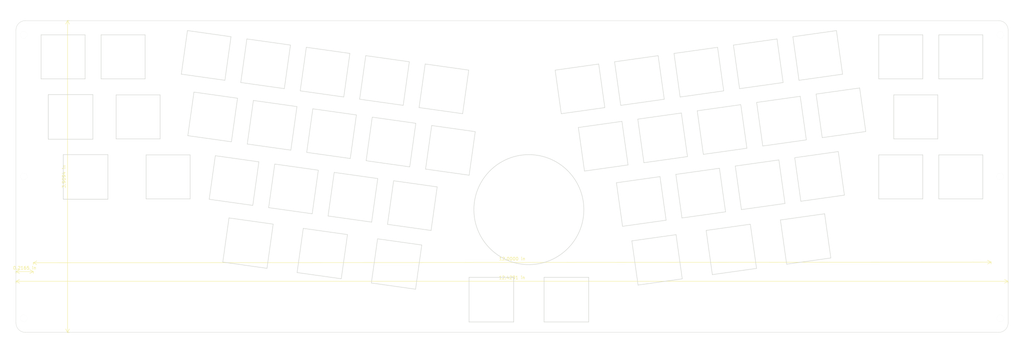
<source format=kicad_pcb>
(kicad_pcb (version 20171130) (host pcbnew 5.1.5+dfsg1-2build2)

  (general
    (thickness 1.6)
    (drawings 48)
    (tracks 0)
    (zones 0)
    (modules 63)
    (nets 1)
  )

  (page A3)
  (layers
    (0 F.Cu signal)
    (31 B.Cu signal)
    (32 B.Adhes user)
    (33 F.Adhes user)
    (34 B.Paste user)
    (35 F.Paste user)
    (36 B.SilkS user)
    (37 F.SilkS user)
    (38 B.Mask user)
    (39 F.Mask user)
    (40 Dwgs.User user)
    (41 Cmts.User user)
    (42 Eco1.User user)
    (43 Eco2.User user)
    (44 Edge.Cuts user)
    (45 Margin user)
    (46 B.CrtYd user)
    (47 F.CrtYd user)
    (48 B.Fab user)
    (49 F.Fab user)
  )

  (setup
    (last_trace_width 0.25)
    (user_trace_width 0.5)
    (user_trace_width 0.5)
    (trace_clearance 0.2)
    (zone_clearance 0.508)
    (zone_45_only no)
    (trace_min 0.2)
    (via_size 0.8)
    (via_drill 0.4)
    (via_min_size 0.4)
    (via_min_drill 0.3)
    (uvia_size 0.3)
    (uvia_drill 0.1)
    (uvias_allowed no)
    (uvia_min_size 0.2)
    (uvia_min_drill 0.1)
    (edge_width 0.1)
    (segment_width 0.2)
    (pcb_text_width 0.3)
    (pcb_text_size 1.5 1.5)
    (mod_edge_width 0.15)
    (mod_text_size 1 1)
    (mod_text_width 0.15)
    (pad_size 2.2 2.2)
    (pad_drill 2.2)
    (pad_to_mask_clearance 0)
    (solder_mask_min_width 0.25)
    (aux_axis_origin 171.45 19.05)
    (visible_elements 7FFFFFFF)
    (pcbplotparams
      (layerselection 0x01000_7ffffffe)
      (usegerberextensions true)
      (usegerberattributes false)
      (usegerberadvancedattributes false)
      (creategerberjobfile false)
      (excludeedgelayer true)
      (linewidth 0.100000)
      (plotframeref false)
      (viasonmask false)
      (mode 1)
      (useauxorigin false)
      (hpglpennumber 1)
      (hpglpenspeed 20)
      (hpglpendiameter 15.000000)
      (psnegative false)
      (psa4output false)
      (plotreference true)
      (plotvalue true)
      (plotinvisibletext false)
      (padsonsilk false)
      (subtractmaskfromsilk false)
      (outputformat 3)
      (mirror false)
      (drillshape 0)
      (scaleselection 1)
      (outputdirectory "./"))
  )

  (net 0 "")

  (net_class Default "これはデフォルトのネット クラスです。"
    (clearance 0.2)
    (trace_width 0.25)
    (via_dia 0.8)
    (via_drill 0.4)
    (uvia_dia 0.3)
    (uvia_drill 0.1)
  )

  (module kbd_SW_Hole:SW_Hole_1.25 (layer F.Cu) (tedit 60C7589E) (tstamp 60E46115)
    (at 164.8725 105.84)
    (fp_text reference SW24 (at 7 8.1) (layer F.SilkS) hide
      (effects (font (size 1 1) (thickness 0.15)))
    )
    (fp_text value L_Click (at -7.4 -8.1) (layer F.Fab) hide
      (effects (font (size 1 1) (thickness 0.15)))
    )
    (fp_line (start -7.1 -7.1) (end 7.1 -7.1) (layer Edge.Cuts) (width 0.15))
    (fp_line (start 7.1 -7.1) (end 7.1 7.1) (layer Edge.Cuts) (width 0.15))
    (fp_line (start 7.1 7.1) (end -7.1 7.1) (layer Edge.Cuts) (width 0.15))
    (fp_line (start -7.1 7.1) (end -7.1 -7.1) (layer Edge.Cuts) (width 0.15))
    (fp_line (start 11.90625 -9.525) (end -11.90625 -9.525) (layer F.Fab) (width 0.15))
    (fp_line (start -11.90625 -9.525) (end -11.90625 9.525) (layer F.Fab) (width 0.15))
    (fp_line (start -11.90625 9.525) (end 11.90625 9.525) (layer F.Fab) (width 0.15))
    (fp_line (start 11.90625 9.525) (end 11.90625 -9.525) (layer F.Fab) (width 0.15))
  )

  (module kbd_SW_Hole:SW_Hole_1.25 (layer F.Cu) (tedit 60C7589E) (tstamp 60E460A2)
    (at 188.7475 105.84)
    (fp_text reference SW44 (at 7 8.1) (layer F.SilkS) hide
      (effects (font (size 1 1) (thickness 0.15)))
    )
    (fp_text value R_Click (at -7.4 -8.1) (layer F.Fab) hide
      (effects (font (size 1 1) (thickness 0.15)))
    )
    (fp_line (start 11.90625 9.525) (end 11.90625 -9.525) (layer F.Fab) (width 0.15))
    (fp_line (start -11.90625 9.525) (end 11.90625 9.525) (layer F.Fab) (width 0.15))
    (fp_line (start -11.90625 -9.525) (end -11.90625 9.525) (layer F.Fab) (width 0.15))
    (fp_line (start 11.90625 -9.525) (end -11.90625 -9.525) (layer F.Fab) (width 0.15))
    (fp_line (start -7.1 7.1) (end -7.1 -7.1) (layer Edge.Cuts) (width 0.15))
    (fp_line (start 7.1 7.1) (end -7.1 7.1) (layer Edge.Cuts) (width 0.15))
    (fp_line (start 7.1 -7.1) (end 7.1 7.1) (layer Edge.Cuts) (width 0.15))
    (fp_line (start -7.1 -7.1) (end 7.1 -7.1) (layer Edge.Cuts) (width 0.15))
  )

  (module kbd_SW_Hole:SW_Hole_1.25 (layer F.Cu) (tedit 60C7589E) (tstamp 60E45DBE)
    (at 264.887904 86.527645 8)
    (fp_text reference SW47 (at 7 8.1 8) (layer F.SilkS) hide
      (effects (font (size 1 1) (thickness 0.15)))
    )
    (fp_text value BackSpace (at -7.4 -8.1 8) (layer F.Fab) hide
      (effects (font (size 1 1) (thickness 0.15)))
    )
    (fp_line (start -7.1 -7.1) (end 7.1 -7.1) (layer Edge.Cuts) (width 0.15))
    (fp_line (start 7.1 -7.1) (end 7.1 7.1) (layer Edge.Cuts) (width 0.15))
    (fp_line (start 7.1 7.1) (end -7.1 7.1) (layer Edge.Cuts) (width 0.15))
    (fp_line (start -7.1 7.1) (end -7.1 -7.1) (layer Edge.Cuts) (width 0.15))
    (fp_line (start 11.90625 -9.525) (end -11.90625 -9.525) (layer F.Fab) (width 0.15))
    (fp_line (start -11.90625 -9.525) (end -11.90625 9.525) (layer F.Fab) (width 0.15))
    (fp_line (start -11.90625 9.525) (end 11.90625 9.525) (layer F.Fab) (width 0.15))
    (fp_line (start 11.90625 9.525) (end 11.90625 -9.525) (layer F.Fab) (width 0.15))
  )

  (module kbd_SW_Hole:SW_Hole_1.25 (layer F.Cu) (tedit 60C7589E) (tstamp 60E45DBE)
    (at 241.245254 89.850403 8)
    (fp_text reference SW46 (at 7 8.1 8) (layer F.SilkS) hide
      (effects (font (size 1 1) (thickness 0.15)))
    )
    (fp_text value Fn2 (at -7.4 -8.1 8) (layer F.Fab) hide
      (effects (font (size 1 1) (thickness 0.15)))
    )
    (fp_line (start 11.90625 9.525) (end 11.90625 -9.525) (layer F.Fab) (width 0.15))
    (fp_line (start -11.90625 9.525) (end 11.90625 9.525) (layer F.Fab) (width 0.15))
    (fp_line (start -11.90625 -9.525) (end -11.90625 9.525) (layer F.Fab) (width 0.15))
    (fp_line (start 11.90625 -9.525) (end -11.90625 -9.525) (layer F.Fab) (width 0.15))
    (fp_line (start -7.1 7.1) (end -7.1 -7.1) (layer Edge.Cuts) (width 0.15))
    (fp_line (start 7.1 7.1) (end -7.1 7.1) (layer Edge.Cuts) (width 0.15))
    (fp_line (start 7.1 -7.1) (end 7.1 7.1) (layer Edge.Cuts) (width 0.15))
    (fp_line (start -7.1 -7.1) (end 7.1 -7.1) (layer Edge.Cuts) (width 0.15))
  )

  (module kbd_SW_Hole:SW_Hole_1.25 (layer F.Cu) (tedit 60C7589E) (tstamp 60E45B8C)
    (at 217.602604 93.17316 8)
    (fp_text reference SW45 (at 7 8.1 8) (layer F.SilkS) hide
      (effects (font (size 1 1) (thickness 0.15)))
    )
    (fp_text value Enter (at -7.4 -8.1 8) (layer F.Fab) hide
      (effects (font (size 1 1) (thickness 0.15)))
    )
    (fp_line (start -7.1 -7.1) (end 7.1 -7.1) (layer Edge.Cuts) (width 0.15))
    (fp_line (start 7.1 -7.1) (end 7.1 7.1) (layer Edge.Cuts) (width 0.15))
    (fp_line (start 7.1 7.1) (end -7.1 7.1) (layer Edge.Cuts) (width 0.15))
    (fp_line (start -7.1 7.1) (end -7.1 -7.1) (layer Edge.Cuts) (width 0.15))
    (fp_line (start 11.90625 -9.525) (end -11.90625 -9.525) (layer F.Fab) (width 0.15))
    (fp_line (start -11.90625 -9.525) (end -11.90625 9.525) (layer F.Fab) (width 0.15))
    (fp_line (start -11.90625 9.525) (end 11.90625 9.525) (layer F.Fab) (width 0.15))
    (fp_line (start 11.90625 9.525) (end 11.90625 -9.525) (layer F.Fab) (width 0.15))
  )

  (module kbd_SW_Hole:SW_Hole_1.25 (layer F.Cu) (tedit 60C7589E) (tstamp 60E45B8C)
    (at 87.419642 87.849789 352)
    (fp_text reference SW21 (at 7 8.1 172) (layer F.SilkS) hide
      (effects (font (size 1 1) (thickness 0.15)))
    )
    (fp_text value Alt (at -7.4 -8.1 172) (layer F.Fab) hide
      (effects (font (size 1 1) (thickness 0.15)))
    )
    (fp_line (start -7.1 -7.1) (end 7.1 -7.1) (layer Edge.Cuts) (width 0.15))
    (fp_line (start 7.1 -7.1) (end 7.1 7.1) (layer Edge.Cuts) (width 0.15))
    (fp_line (start 7.1 7.1) (end -7.1 7.1) (layer Edge.Cuts) (width 0.15))
    (fp_line (start -7.1 7.1) (end -7.1 -7.1) (layer Edge.Cuts) (width 0.15))
    (fp_line (start 11.90625 -9.525) (end -11.90625 -9.525) (layer F.Fab) (width 0.15))
    (fp_line (start -11.90625 -9.525) (end -11.90625 9.525) (layer F.Fab) (width 0.15))
    (fp_line (start -11.90625 9.525) (end 11.90625 9.525) (layer F.Fab) (width 0.15))
    (fp_line (start 11.90625 9.525) (end 11.90625 -9.525) (layer F.Fab) (width 0.15))
  )

  (module kbd_SW_Hole:SW_Hole_1.25 (layer F.Cu) (tedit 60C7589E) (tstamp 60E45AAF)
    (at 111.062292 91.172547 352)
    (fp_text reference SW22 (at 7 8.1 172) (layer F.SilkS) hide
      (effects (font (size 1 1) (thickness 0.15)))
    )
    (fp_text value Fn1 (at -7.4 -8.1 172) (layer F.Fab) hide
      (effects (font (size 1 1) (thickness 0.15)))
    )
    (fp_line (start 11.90625 9.525) (end 11.90625 -9.525) (layer F.Fab) (width 0.15))
    (fp_line (start -11.90625 9.525) (end 11.90625 9.525) (layer F.Fab) (width 0.15))
    (fp_line (start -11.90625 -9.525) (end -11.90625 9.525) (layer F.Fab) (width 0.15))
    (fp_line (start 11.90625 -9.525) (end -11.90625 -9.525) (layer F.Fab) (width 0.15))
    (fp_line (start -7.1 7.1) (end -7.1 -7.1) (layer Edge.Cuts) (width 0.15))
    (fp_line (start 7.1 7.1) (end -7.1 7.1) (layer Edge.Cuts) (width 0.15))
    (fp_line (start 7.1 -7.1) (end 7.1 7.1) (layer Edge.Cuts) (width 0.15))
    (fp_line (start -7.1 -7.1) (end 7.1 -7.1) (layer Edge.Cuts) (width 0.15))
  )

  (module kbd_SW_Hole:SW_Hole_1.25 (layer F.Cu) (tedit 60C7589E) (tstamp 60E4589B)
    (at 134.704943 94.495305 352)
    (fp_text reference SW23 (at 7 8.1 172) (layer F.SilkS) hide
      (effects (font (size 1 1) (thickness 0.15)))
    )
    (fp_text value Space (at -7.4 -8.1 172) (layer F.Fab) hide
      (effects (font (size 1 1) (thickness 0.15)))
    )
    (fp_line (start -7.1 -7.1) (end 7.1 -7.1) (layer Edge.Cuts) (width 0.15))
    (fp_line (start 7.1 -7.1) (end 7.1 7.1) (layer Edge.Cuts) (width 0.15))
    (fp_line (start 7.1 7.1) (end -7.1 7.1) (layer Edge.Cuts) (width 0.15))
    (fp_line (start -7.1 7.1) (end -7.1 -7.1) (layer Edge.Cuts) (width 0.15))
    (fp_line (start 11.90625 -9.525) (end -11.90625 -9.525) (layer F.Fab) (width 0.15))
    (fp_line (start -11.90625 -9.525) (end -11.90625 9.525) (layer F.Fab) (width 0.15))
    (fp_line (start -11.90625 9.525) (end 11.90625 9.525) (layer F.Fab) (width 0.15))
    (fp_line (start 11.90625 9.525) (end 11.90625 -9.525) (layer F.Fab) (width 0.15))
  )

  (module kbd_SW_Hole:SW_Hole_1.75 (layer F.Cu) (tedit 60C758C9) (tstamp 60E457FE)
    (at 35.7375 66.775)
    (fp_text reference SW15 (at 7 8.1) (layer F.SilkS) hide
      (effects (font (size 1 1) (thickness 0.15)))
    )
    (fp_text value Shift (at -7.4 -8.1) (layer F.Fab) hide
      (effects (font (size 1 1) (thickness 0.15)))
    )
    (fp_line (start 16.66875 9.525) (end 16.66875 -9.525) (layer F.Fab) (width 0.15))
    (fp_line (start -16.66875 9.525) (end 16.66875 9.525) (layer F.Fab) (width 0.15))
    (fp_line (start -16.66875 -9.525) (end -16.66875 9.525) (layer F.Fab) (width 0.15))
    (fp_line (start 16.66875 -9.525) (end -16.66875 -9.525) (layer F.Fab) (width 0.15))
    (fp_line (start -7.1 7.1) (end -7.1 -7.1) (layer Edge.Cuts) (width 0.15))
    (fp_line (start 7.1 7.1) (end -7.1 7.1) (layer Edge.Cuts) (width 0.15))
    (fp_line (start 7.1 -7.1) (end 7.1 7.1) (layer Edge.Cuts) (width 0.15))
    (fp_line (start -7.1 -7.1) (end 7.1 -7.1) (layer Edge.Cuts) (width 0.15))
  )

  (module kbd_SW_Hole:SW_Hole_1.25 (layer F.Cu) (tedit 60C7589E) (tstamp 60E45696)
    (at 30.9625 47.675)
    (fp_text reference SW8 (at 7 8.1) (layer F.SilkS) hide
      (effects (font (size 1 1) (thickness 0.15)))
    )
    (fp_text value Ctrl (at -7.4 -8.1) (layer F.Fab) hide
      (effects (font (size 1 1) (thickness 0.15)))
    )
    (fp_line (start 11.90625 9.525) (end 11.90625 -9.525) (layer F.Fab) (width 0.15))
    (fp_line (start -11.90625 9.525) (end 11.90625 9.525) (layer F.Fab) (width 0.15))
    (fp_line (start -11.90625 -9.525) (end -11.90625 9.525) (layer F.Fab) (width 0.15))
    (fp_line (start 11.90625 -9.525) (end -11.90625 -9.525) (layer F.Fab) (width 0.15))
    (fp_line (start -7.1 7.1) (end -7.1 -7.1) (layer Edge.Cuts) (width 0.15))
    (fp_line (start 7.1 7.1) (end -7.1 7.1) (layer Edge.Cuts) (width 0.15))
    (fp_line (start 7.1 -7.1) (end 7.1 7.1) (layer Edge.Cuts) (width 0.15))
    (fp_line (start -7.1 -7.1) (end 7.1 -7.1) (layer Edge.Cuts) (width 0.15))
  )

  (module kbd_SW_Hole:SW_Hole (layer F.Cu) (tedit 5CB3579A) (tstamp 60E3E75B)
    (at 314.275 66.775)
    (path /5C3DCE96)
    (fp_text reference SW43 (at 7 8.1) (layer F.SilkS) hide
      (effects (font (size 1 1) (thickness 0.15)))
    )
    (fp_text value \ (at -7.4 -8.1) (layer F.Fab) hide
      (effects (font (size 1 1) (thickness 0.15)))
    )
    (fp_line (start -7 -7) (end 7 -7) (layer Edge.Cuts) (width 0.15))
    (fp_line (start 7 -7) (end 7 7) (layer Edge.Cuts) (width 0.15))
    (fp_line (start 7 7) (end -7 7) (layer Edge.Cuts) (width 0.15))
    (fp_line (start -7 7) (end -7 -7) (layer Edge.Cuts) (width 0.15))
    (fp_line (start 9.525 -9.525) (end -9.525 -9.525) (layer F.Fab) (width 0.15))
    (fp_line (start -9.525 -9.525) (end -9.525 9.525) (layer F.Fab) (width 0.15))
    (fp_line (start -9.525 9.525) (end 9.525 9.525) (layer F.Fab) (width 0.15))
    (fp_line (start 9.525 9.525) (end 9.525 -9.525) (layer F.Fab) (width 0.15))
  )

  (module kbd_SW_Hole:SW_Hole (layer F.Cu) (tedit 5CB3579A) (tstamp 60E3E75B)
    (at 295.175 66.775)
    (path /5C3DCE96)
    (fp_text reference SW42 (at 7 8.1) (layer F.SilkS) hide
      (effects (font (size 1 1) (thickness 0.15)))
    )
    (fp_text value / (at -7.4 -8.1) (layer F.Fab) hide
      (effects (font (size 1 1) (thickness 0.15)))
    )
    (fp_line (start -7 -7) (end 7 -7) (layer Edge.Cuts) (width 0.15))
    (fp_line (start 7 -7) (end 7 7) (layer Edge.Cuts) (width 0.15))
    (fp_line (start 7 7) (end -7 7) (layer Edge.Cuts) (width 0.15))
    (fp_line (start -7 7) (end -7 -7) (layer Edge.Cuts) (width 0.15))
    (fp_line (start 9.525 -9.525) (end -9.525 -9.525) (layer F.Fab) (width 0.15))
    (fp_line (start -9.525 -9.525) (end -9.525 9.525) (layer F.Fab) (width 0.15))
    (fp_line (start -9.525 9.525) (end 9.525 9.525) (layer F.Fab) (width 0.15))
    (fp_line (start 9.525 9.525) (end 9.525 -9.525) (layer F.Fab) (width 0.15))
  )

  (module kbd_SW_Hole:SW_Hole (layer F.Cu) (tedit 5CB3579A) (tstamp 60E3E75B)
    (at 269.322493 66.616697 8)
    (path /5C3DCE96)
    (fp_text reference SW41 (at 7 8.1 8) (layer F.SilkS) hide
      (effects (font (size 1 1) (thickness 0.15)))
    )
    (fp_text value > (at -7.4 -8.1 8) (layer F.Fab) hide
      (effects (font (size 1 1) (thickness 0.15)))
    )
    (fp_line (start -7 -7) (end 7 -7) (layer Edge.Cuts) (width 0.15))
    (fp_line (start 7 -7) (end 7 7) (layer Edge.Cuts) (width 0.15))
    (fp_line (start 7 7) (end -7 7) (layer Edge.Cuts) (width 0.15))
    (fp_line (start -7 7) (end -7 -7) (layer Edge.Cuts) (width 0.15))
    (fp_line (start 9.525 -9.525) (end -9.525 -9.525) (layer F.Fab) (width 0.15))
    (fp_line (start -9.525 -9.525) (end -9.525 9.525) (layer F.Fab) (width 0.15))
    (fp_line (start -9.525 9.525) (end 9.525 9.525) (layer F.Fab) (width 0.15))
    (fp_line (start 9.525 9.525) (end 9.525 -9.525) (layer F.Fab) (width 0.15))
  )

  (module kbd_SW_Hole:SW_Hole (layer F.Cu) (tedit 5CB3579A) (tstamp 60E3E75B)
    (at 250.408373 69.274904 8)
    (path /5C3DCE96)
    (fp_text reference SW40 (at 7 8.1 8) (layer F.SilkS) hide
      (effects (font (size 1 1) (thickness 0.15)))
    )
    (fp_text value < (at -7.4 -8.1 8) (layer F.Fab) hide
      (effects (font (size 1 1) (thickness 0.15)))
    )
    (fp_line (start -7 -7) (end 7 -7) (layer Edge.Cuts) (width 0.15))
    (fp_line (start 7 -7) (end 7 7) (layer Edge.Cuts) (width 0.15))
    (fp_line (start 7 7) (end -7 7) (layer Edge.Cuts) (width 0.15))
    (fp_line (start -7 7) (end -7 -7) (layer Edge.Cuts) (width 0.15))
    (fp_line (start 9.525 -9.525) (end -9.525 -9.525) (layer F.Fab) (width 0.15))
    (fp_line (start -9.525 -9.525) (end -9.525 9.525) (layer F.Fab) (width 0.15))
    (fp_line (start -9.525 9.525) (end 9.525 9.525) (layer F.Fab) (width 0.15))
    (fp_line (start 9.525 9.525) (end 9.525 -9.525) (layer F.Fab) (width 0.15))
  )

  (module kbd_SW_Hole:SW_Hole (layer F.Cu) (tedit 5CB3579A) (tstamp 60E3E75B)
    (at 231.494253 71.93311 8)
    (path /5C3DCE96)
    (fp_text reference SW39 (at 7 8.1 8) (layer F.SilkS) hide
      (effects (font (size 1 1) (thickness 0.15)))
    )
    (fp_text value M (at -7.4 -8.1 8) (layer F.Fab) hide
      (effects (font (size 1 1) (thickness 0.15)))
    )
    (fp_line (start -7 -7) (end 7 -7) (layer Edge.Cuts) (width 0.15))
    (fp_line (start 7 -7) (end 7 7) (layer Edge.Cuts) (width 0.15))
    (fp_line (start 7 7) (end -7 7) (layer Edge.Cuts) (width 0.15))
    (fp_line (start -7 7) (end -7 -7) (layer Edge.Cuts) (width 0.15))
    (fp_line (start 9.525 -9.525) (end -9.525 -9.525) (layer F.Fab) (width 0.15))
    (fp_line (start -9.525 -9.525) (end -9.525 9.525) (layer F.Fab) (width 0.15))
    (fp_line (start -9.525 9.525) (end 9.525 9.525) (layer F.Fab) (width 0.15))
    (fp_line (start 9.525 9.525) (end 9.525 -9.525) (layer F.Fab) (width 0.15))
  )

  (module kbd_SW_Hole:SW_Hole (layer F.Cu) (tedit 5CB3579A) (tstamp 60E3E75B)
    (at 212.580133 74.591316 8)
    (path /5C3DCE96)
    (fp_text reference SW38 (at 7 8.1 8) (layer F.SilkS) hide
      (effects (font (size 1 1) (thickness 0.15)))
    )
    (fp_text value N (at -7.4 -8.1 8) (layer F.Fab) hide
      (effects (font (size 1 1) (thickness 0.15)))
    )
    (fp_line (start -7 -7) (end 7 -7) (layer Edge.Cuts) (width 0.15))
    (fp_line (start 7 -7) (end 7 7) (layer Edge.Cuts) (width 0.15))
    (fp_line (start 7 7) (end -7 7) (layer Edge.Cuts) (width 0.15))
    (fp_line (start -7 7) (end -7 -7) (layer Edge.Cuts) (width 0.15))
    (fp_line (start 9.525 -9.525) (end -9.525 -9.525) (layer F.Fab) (width 0.15))
    (fp_line (start -9.525 -9.525) (end -9.525 9.525) (layer F.Fab) (width 0.15))
    (fp_line (start -9.525 9.525) (end 9.525 9.525) (layer F.Fab) (width 0.15))
    (fp_line (start 9.525 9.525) (end 9.525 -9.525) (layer F.Fab) (width 0.15))
  )

  (module kbd_SW_Hole:SW_Hole (layer F.Cu) (tedit 5CB3579A) (tstamp 60E3E75B)
    (at 299.95 47.675)
    (path /5C3DCE96)
    (fp_text reference SW37 (at 7 8.1) (layer F.SilkS) hide
      (effects (font (size 1 1) (thickness 0.15)))
    )
    (fp_text value ' (at -7.4 -8.1) (layer F.Fab) hide
      (effects (font (size 1 1) (thickness 0.15)))
    )
    (fp_line (start -7 -7) (end 7 -7) (layer Edge.Cuts) (width 0.15))
    (fp_line (start 7 -7) (end 7 7) (layer Edge.Cuts) (width 0.15))
    (fp_line (start 7 7) (end -7 7) (layer Edge.Cuts) (width 0.15))
    (fp_line (start -7 7) (end -7 -7) (layer Edge.Cuts) (width 0.15))
    (fp_line (start 9.525 -9.525) (end -9.525 -9.525) (layer F.Fab) (width 0.15))
    (fp_line (start -9.525 -9.525) (end -9.525 9.525) (layer F.Fab) (width 0.15))
    (fp_line (start -9.525 9.525) (end 9.525 9.525) (layer F.Fab) (width 0.15))
    (fp_line (start 9.525 9.525) (end 9.525 -9.525) (layer F.Fab) (width 0.15))
  )

  (module kbd_SW_Hole:SW_Hole (layer F.Cu) (tedit 5CB3579A) (tstamp 60E3E75B)
    (at 276.121347 46.373474 8)
    (path /5C3DCE96)
    (fp_text reference SW36 (at 7 8.1 8) (layer F.SilkS) hide
      (effects (font (size 1 1) (thickness 0.15)))
    )
    (fp_text value ; (at -7.4 -8.1 8) (layer F.Fab) hide
      (effects (font (size 1 1) (thickness 0.15)))
    )
    (fp_line (start -7 -7) (end 7 -7) (layer Edge.Cuts) (width 0.15))
    (fp_line (start 7 -7) (end 7 7) (layer Edge.Cuts) (width 0.15))
    (fp_line (start 7 7) (end -7 7) (layer Edge.Cuts) (width 0.15))
    (fp_line (start -7 7) (end -7 -7) (layer Edge.Cuts) (width 0.15))
    (fp_line (start 9.525 -9.525) (end -9.525 -9.525) (layer F.Fab) (width 0.15))
    (fp_line (start -9.525 -9.525) (end -9.525 9.525) (layer F.Fab) (width 0.15))
    (fp_line (start -9.525 9.525) (end 9.525 9.525) (layer F.Fab) (width 0.15))
    (fp_line (start 9.525 9.525) (end 9.525 -9.525) (layer F.Fab) (width 0.15))
  )

  (module kbd_SW_Hole:SW_Hole (layer F.Cu) (tedit 5CB3579A) (tstamp 60E3E75B)
    (at 257.207227 49.03168 8)
    (path /5C3DCE96)
    (fp_text reference SW35 (at 7 8.1 8) (layer F.SilkS) hide
      (effects (font (size 1 1) (thickness 0.15)))
    )
    (fp_text value L (at -7.4 -8.1 8) (layer F.Fab) hide
      (effects (font (size 1 1) (thickness 0.15)))
    )
    (fp_line (start -7 -7) (end 7 -7) (layer Edge.Cuts) (width 0.15))
    (fp_line (start 7 -7) (end 7 7) (layer Edge.Cuts) (width 0.15))
    (fp_line (start 7 7) (end -7 7) (layer Edge.Cuts) (width 0.15))
    (fp_line (start -7 7) (end -7 -7) (layer Edge.Cuts) (width 0.15))
    (fp_line (start 9.525 -9.525) (end -9.525 -9.525) (layer F.Fab) (width 0.15))
    (fp_line (start -9.525 -9.525) (end -9.525 9.525) (layer F.Fab) (width 0.15))
    (fp_line (start -9.525 9.525) (end 9.525 9.525) (layer F.Fab) (width 0.15))
    (fp_line (start 9.525 9.525) (end 9.525 -9.525) (layer F.Fab) (width 0.15))
  )

  (module kbd_SW_Hole:SW_Hole (layer F.Cu) (tedit 5CB3579A) (tstamp 60E3E75B)
    (at 238.293107 51.689887 8)
    (path /5C3DCE96)
    (fp_text reference SW34 (at 7 8.1 8) (layer F.SilkS) hide
      (effects (font (size 1 1) (thickness 0.15)))
    )
    (fp_text value K (at -7.4 -8.1 8) (layer F.Fab) hide
      (effects (font (size 1 1) (thickness 0.15)))
    )
    (fp_line (start -7 -7) (end 7 -7) (layer Edge.Cuts) (width 0.15))
    (fp_line (start 7 -7) (end 7 7) (layer Edge.Cuts) (width 0.15))
    (fp_line (start 7 7) (end -7 7) (layer Edge.Cuts) (width 0.15))
    (fp_line (start -7 7) (end -7 -7) (layer Edge.Cuts) (width 0.15))
    (fp_line (start 9.525 -9.525) (end -9.525 -9.525) (layer F.Fab) (width 0.15))
    (fp_line (start -9.525 -9.525) (end -9.525 9.525) (layer F.Fab) (width 0.15))
    (fp_line (start -9.525 9.525) (end 9.525 9.525) (layer F.Fab) (width 0.15))
    (fp_line (start 9.525 9.525) (end 9.525 -9.525) (layer F.Fab) (width 0.15))
  )

  (module kbd_SW_Hole:SW_Hole (layer F.Cu) (tedit 5CB3579A) (tstamp 60E3E75B)
    (at 219.378987 54.348093 8)
    (path /5C3DCE96)
    (fp_text reference SW33 (at 7 8.1 8) (layer F.SilkS) hide
      (effects (font (size 1 1) (thickness 0.15)))
    )
    (fp_text value J (at -7.4 -8.1 8) (layer F.Fab) hide
      (effects (font (size 1 1) (thickness 0.15)))
    )
    (fp_line (start -7 -7) (end 7 -7) (layer Edge.Cuts) (width 0.15))
    (fp_line (start 7 -7) (end 7 7) (layer Edge.Cuts) (width 0.15))
    (fp_line (start 7 7) (end -7 7) (layer Edge.Cuts) (width 0.15))
    (fp_line (start -7 7) (end -7 -7) (layer Edge.Cuts) (width 0.15))
    (fp_line (start 9.525 -9.525) (end -9.525 -9.525) (layer F.Fab) (width 0.15))
    (fp_line (start -9.525 -9.525) (end -9.525 9.525) (layer F.Fab) (width 0.15))
    (fp_line (start -9.525 9.525) (end 9.525 9.525) (layer F.Fab) (width 0.15))
    (fp_line (start 9.525 9.525) (end 9.525 -9.525) (layer F.Fab) (width 0.15))
  )

  (module kbd_SW_Hole:SW_Hole (layer F.Cu) (tedit 5CB3579A) (tstamp 60E3E75B)
    (at 200.464867 57.006299 8)
    (path /5C3DCE96)
    (fp_text reference SW32 (at 7 8.1 8) (layer F.SilkS) hide
      (effects (font (size 1 1) (thickness 0.15)))
    )
    (fp_text value H (at -7.4 -8.1 8) (layer F.Fab) hide
      (effects (font (size 1 1) (thickness 0.15)))
    )
    (fp_line (start -7 -7) (end 7 -7) (layer Edge.Cuts) (width 0.15))
    (fp_line (start 7 -7) (end 7 7) (layer Edge.Cuts) (width 0.15))
    (fp_line (start 7 7) (end -7 7) (layer Edge.Cuts) (width 0.15))
    (fp_line (start -7 7) (end -7 -7) (layer Edge.Cuts) (width 0.15))
    (fp_line (start 9.525 -9.525) (end -9.525 -9.525) (layer F.Fab) (width 0.15))
    (fp_line (start -9.525 -9.525) (end -9.525 9.525) (layer F.Fab) (width 0.15))
    (fp_line (start -9.525 9.525) (end 9.525 9.525) (layer F.Fab) (width 0.15))
    (fp_line (start 9.525 9.525) (end 9.525 -9.525) (layer F.Fab) (width 0.15))
  )

  (module kbd_SW_Hole:SW_Hole (layer F.Cu) (tedit 5CB3579A) (tstamp 60E3E75B)
    (at 193.07813 38.756731 8)
    (path /5C3DCE96)
    (fp_text reference SW25 (at 7 8.1 8) (layer F.SilkS) hide
      (effects (font (size 1 1) (thickness 0.15)))
    )
    (fp_text value Y (at -7.4 -8.1 8) (layer F.Fab) hide
      (effects (font (size 1 1) (thickness 0.15)))
    )
    (fp_line (start -7 -7) (end 7 -7) (layer Edge.Cuts) (width 0.15))
    (fp_line (start 7 -7) (end 7 7) (layer Edge.Cuts) (width 0.15))
    (fp_line (start 7 7) (end -7 7) (layer Edge.Cuts) (width 0.15))
    (fp_line (start -7 7) (end -7 -7) (layer Edge.Cuts) (width 0.15))
    (fp_line (start 9.525 -9.525) (end -9.525 -9.525) (layer F.Fab) (width 0.15))
    (fp_line (start -9.525 -9.525) (end -9.525 9.525) (layer F.Fab) (width 0.15))
    (fp_line (start -9.525 9.525) (end 9.525 9.525) (layer F.Fab) (width 0.15))
    (fp_line (start 9.525 9.525) (end 9.525 -9.525) (layer F.Fab) (width 0.15))
  )

  (module kbd_SW_Hole:SW_Hole (layer F.Cu) (tedit 5CB3579A) (tstamp 60E3E75B)
    (at 211.99225 36.098524 8)
    (path /5C3DCE96)
    (fp_text reference SW26 (at 7 8.1 8) (layer F.SilkS) hide
      (effects (font (size 1 1) (thickness 0.15)))
    )
    (fp_text value U (at -7.4 -8.1 8) (layer F.Fab) hide
      (effects (font (size 1 1) (thickness 0.15)))
    )
    (fp_line (start -7 -7) (end 7 -7) (layer Edge.Cuts) (width 0.15))
    (fp_line (start 7 -7) (end 7 7) (layer Edge.Cuts) (width 0.15))
    (fp_line (start 7 7) (end -7 7) (layer Edge.Cuts) (width 0.15))
    (fp_line (start -7 7) (end -7 -7) (layer Edge.Cuts) (width 0.15))
    (fp_line (start 9.525 -9.525) (end -9.525 -9.525) (layer F.Fab) (width 0.15))
    (fp_line (start -9.525 -9.525) (end -9.525 9.525) (layer F.Fab) (width 0.15))
    (fp_line (start -9.525 9.525) (end 9.525 9.525) (layer F.Fab) (width 0.15))
    (fp_line (start 9.525 9.525) (end 9.525 -9.525) (layer F.Fab) (width 0.15))
  )

  (module kbd_SW_Hole:SW_Hole (layer F.Cu) (tedit 5CB3579A) (tstamp 60E3E75B)
    (at 230.906371 33.440318 8)
    (path /5C3DCE96)
    (fp_text reference SW27 (at 7 8.1 8) (layer F.SilkS) hide
      (effects (font (size 1 1) (thickness 0.15)))
    )
    (fp_text value I (at -7.4 -8.1 8) (layer F.Fab) hide
      (effects (font (size 1 1) (thickness 0.15)))
    )
    (fp_line (start -7 -7) (end 7 -7) (layer Edge.Cuts) (width 0.15))
    (fp_line (start 7 -7) (end 7 7) (layer Edge.Cuts) (width 0.15))
    (fp_line (start 7 7) (end -7 7) (layer Edge.Cuts) (width 0.15))
    (fp_line (start -7 7) (end -7 -7) (layer Edge.Cuts) (width 0.15))
    (fp_line (start 9.525 -9.525) (end -9.525 -9.525) (layer F.Fab) (width 0.15))
    (fp_line (start -9.525 -9.525) (end -9.525 9.525) (layer F.Fab) (width 0.15))
    (fp_line (start -9.525 9.525) (end 9.525 9.525) (layer F.Fab) (width 0.15))
    (fp_line (start 9.525 9.525) (end 9.525 -9.525) (layer F.Fab) (width 0.15))
  )

  (module kbd_SW_Hole:SW_Hole (layer F.Cu) (tedit 5CB3579A) (tstamp 60E3E75B)
    (at 249.820491 30.782112 8)
    (path /5C3DCE96)
    (fp_text reference SW28 (at 7 8.1 8) (layer F.SilkS) hide
      (effects (font (size 1 1) (thickness 0.15)))
    )
    (fp_text value O (at -7.4 -8.1 8) (layer F.Fab) hide
      (effects (font (size 1 1) (thickness 0.15)))
    )
    (fp_line (start -7 -7) (end 7 -7) (layer Edge.Cuts) (width 0.15))
    (fp_line (start 7 -7) (end 7 7) (layer Edge.Cuts) (width 0.15))
    (fp_line (start 7 7) (end -7 7) (layer Edge.Cuts) (width 0.15))
    (fp_line (start -7 7) (end -7 -7) (layer Edge.Cuts) (width 0.15))
    (fp_line (start 9.525 -9.525) (end -9.525 -9.525) (layer F.Fab) (width 0.15))
    (fp_line (start -9.525 -9.525) (end -9.525 9.525) (layer F.Fab) (width 0.15))
    (fp_line (start -9.525 9.525) (end 9.525 9.525) (layer F.Fab) (width 0.15))
    (fp_line (start 9.525 9.525) (end 9.525 -9.525) (layer F.Fab) (width 0.15))
  )

  (module kbd_SW_Hole:SW_Hole (layer F.Cu) (tedit 5CB3579A) (tstamp 60E3E75B)
    (at 139.727414 75.913461 352)
    (path /5C3DCE96)
    (fp_text reference SW20 (at 7 8.1 172) (layer F.SilkS) hide
      (effects (font (size 1 1) (thickness 0.15)))
    )
    (fp_text value B (at -7.4 -8.1 172) (layer F.Fab) hide
      (effects (font (size 1 1) (thickness 0.15)))
    )
    (fp_line (start -7 -7) (end 7 -7) (layer Edge.Cuts) (width 0.15))
    (fp_line (start 7 -7) (end 7 7) (layer Edge.Cuts) (width 0.15))
    (fp_line (start 7 7) (end -7 7) (layer Edge.Cuts) (width 0.15))
    (fp_line (start -7 7) (end -7 -7) (layer Edge.Cuts) (width 0.15))
    (fp_line (start 9.525 -9.525) (end -9.525 -9.525) (layer F.Fab) (width 0.15))
    (fp_line (start -9.525 -9.525) (end -9.525 9.525) (layer F.Fab) (width 0.15))
    (fp_line (start -9.525 9.525) (end 9.525 9.525) (layer F.Fab) (width 0.15))
    (fp_line (start 9.525 9.525) (end 9.525 -9.525) (layer F.Fab) (width 0.15))
  )

  (module kbd_SW_Hole:SW_Hole (layer F.Cu) (tedit 5CB3579A) (tstamp 60E3E75B)
    (at 120.813294 73.255254 352)
    (path /5C3DCE96)
    (fp_text reference SW19 (at 7 8.1 172) (layer F.SilkS) hide
      (effects (font (size 1 1) (thickness 0.15)))
    )
    (fp_text value V (at -7.4 -8.1 172) (layer F.Fab) hide
      (effects (font (size 1 1) (thickness 0.15)))
    )
    (fp_line (start -7 -7) (end 7 -7) (layer Edge.Cuts) (width 0.15))
    (fp_line (start 7 -7) (end 7 7) (layer Edge.Cuts) (width 0.15))
    (fp_line (start 7 7) (end -7 7) (layer Edge.Cuts) (width 0.15))
    (fp_line (start -7 7) (end -7 -7) (layer Edge.Cuts) (width 0.15))
    (fp_line (start 9.525 -9.525) (end -9.525 -9.525) (layer F.Fab) (width 0.15))
    (fp_line (start -9.525 -9.525) (end -9.525 9.525) (layer F.Fab) (width 0.15))
    (fp_line (start -9.525 9.525) (end 9.525 9.525) (layer F.Fab) (width 0.15))
    (fp_line (start 9.525 9.525) (end 9.525 -9.525) (layer F.Fab) (width 0.15))
  )

  (module kbd_SW_Hole:SW_Hole (layer F.Cu) (tedit 5CB3579A) (tstamp 60E3E75B)
    (at 101.899174 70.597048 352)
    (path /5C3DCE96)
    (fp_text reference SW18 (at 7 8.1 172) (layer F.SilkS) hide
      (effects (font (size 1 1) (thickness 0.15)))
    )
    (fp_text value C (at -7.4 -8.1 172) (layer F.Fab) hide
      (effects (font (size 1 1) (thickness 0.15)))
    )
    (fp_line (start -7 -7) (end 7 -7) (layer Edge.Cuts) (width 0.15))
    (fp_line (start 7 -7) (end 7 7) (layer Edge.Cuts) (width 0.15))
    (fp_line (start 7 7) (end -7 7) (layer Edge.Cuts) (width 0.15))
    (fp_line (start -7 7) (end -7 -7) (layer Edge.Cuts) (width 0.15))
    (fp_line (start 9.525 -9.525) (end -9.525 -9.525) (layer F.Fab) (width 0.15))
    (fp_line (start -9.525 -9.525) (end -9.525 9.525) (layer F.Fab) (width 0.15))
    (fp_line (start -9.525 9.525) (end 9.525 9.525) (layer F.Fab) (width 0.15))
    (fp_line (start 9.525 9.525) (end 9.525 -9.525) (layer F.Fab) (width 0.15))
  )

  (module kbd_SW_Hole:SW_Hole (layer F.Cu) (tedit 5CB3579A) (tstamp 60E3E75B)
    (at 151.84268 58.328444 352)
    (path /5C3DCE96)
    (fp_text reference SW14 (at 7 8.1 172) (layer F.SilkS) hide
      (effects (font (size 1 1) (thickness 0.15)))
    )
    (fp_text value = (at -7.4 -8.1 172) (layer F.Fab) hide
      (effects (font (size 1 1) (thickness 0.15)))
    )
    (fp_line (start -7 -7) (end 7 -7) (layer Edge.Cuts) (width 0.15))
    (fp_line (start 7 -7) (end 7 7) (layer Edge.Cuts) (width 0.15))
    (fp_line (start 7 7) (end -7 7) (layer Edge.Cuts) (width 0.15))
    (fp_line (start -7 7) (end -7 -7) (layer Edge.Cuts) (width 0.15))
    (fp_line (start 9.525 -9.525) (end -9.525 -9.525) (layer F.Fab) (width 0.15))
    (fp_line (start -9.525 -9.525) (end -9.525 9.525) (layer F.Fab) (width 0.15))
    (fp_line (start -9.525 9.525) (end 9.525 9.525) (layer F.Fab) (width 0.15))
    (fp_line (start 9.525 9.525) (end 9.525 -9.525) (layer F.Fab) (width 0.15))
  )

  (module kbd_SW_Hole:SW_Hole (layer F.Cu) (tedit 5CB3579A) (tstamp 60E3E75B)
    (at 132.92856 55.670237 352)
    (path /5C3DCE96)
    (fp_text reference SW13 (at 7 8.1 172) (layer F.SilkS) hide
      (effects (font (size 1 1) (thickness 0.15)))
    )
    (fp_text value G (at -7.4 -8.1 172) (layer F.Fab) hide
      (effects (font (size 1 1) (thickness 0.15)))
    )
    (fp_line (start -7 -7) (end 7 -7) (layer Edge.Cuts) (width 0.15))
    (fp_line (start 7 -7) (end 7 7) (layer Edge.Cuts) (width 0.15))
    (fp_line (start 7 7) (end -7 7) (layer Edge.Cuts) (width 0.15))
    (fp_line (start -7 7) (end -7 -7) (layer Edge.Cuts) (width 0.15))
    (fp_line (start 9.525 -9.525) (end -9.525 -9.525) (layer F.Fab) (width 0.15))
    (fp_line (start -9.525 -9.525) (end -9.525 9.525) (layer F.Fab) (width 0.15))
    (fp_line (start -9.525 9.525) (end 9.525 9.525) (layer F.Fab) (width 0.15))
    (fp_line (start 9.525 9.525) (end 9.525 -9.525) (layer F.Fab) (width 0.15))
  )

  (module kbd_SW_Hole:SW_Hole (layer F.Cu) (tedit 5CB3579A) (tstamp 60E3E75B)
    (at 114.01444 53.012031 352)
    (path /5C3DCE96)
    (fp_text reference SW12 (at 7 8.1 172) (layer F.SilkS) hide
      (effects (font (size 1 1) (thickness 0.15)))
    )
    (fp_text value F (at -7.4 -8.1 172) (layer F.Fab) hide
      (effects (font (size 1 1) (thickness 0.15)))
    )
    (fp_line (start -7 -7) (end 7 -7) (layer Edge.Cuts) (width 0.15))
    (fp_line (start 7 -7) (end 7 7) (layer Edge.Cuts) (width 0.15))
    (fp_line (start 7 7) (end -7 7) (layer Edge.Cuts) (width 0.15))
    (fp_line (start -7 7) (end -7 -7) (layer Edge.Cuts) (width 0.15))
    (fp_line (start 9.525 -9.525) (end -9.525 -9.525) (layer F.Fab) (width 0.15))
    (fp_line (start -9.525 -9.525) (end -9.525 9.525) (layer F.Fab) (width 0.15))
    (fp_line (start -9.525 9.525) (end 9.525 9.525) (layer F.Fab) (width 0.15))
    (fp_line (start 9.525 9.525) (end 9.525 -9.525) (layer F.Fab) (width 0.15))
  )

  (module kbd_SW_Hole:SW_Hole (layer F.Cu) (tedit 5CB3579A) (tstamp 60E3E75B)
    (at 95.10032 50.353825 352)
    (path /5C3DCE96)
    (fp_text reference SW11 (at 7 8.1 172) (layer F.SilkS) hide
      (effects (font (size 1 1) (thickness 0.15)))
    )
    (fp_text value D (at -7.4 -8.1 172) (layer F.Fab) hide
      (effects (font (size 1 1) (thickness 0.15)))
    )
    (fp_line (start -7 -7) (end 7 -7) (layer Edge.Cuts) (width 0.15))
    (fp_line (start 7 -7) (end 7 7) (layer Edge.Cuts) (width 0.15))
    (fp_line (start 7 7) (end -7 7) (layer Edge.Cuts) (width 0.15))
    (fp_line (start -7 7) (end -7 -7) (layer Edge.Cuts) (width 0.15))
    (fp_line (start 9.525 -9.525) (end -9.525 -9.525) (layer F.Fab) (width 0.15))
    (fp_line (start -9.525 -9.525) (end -9.525 9.525) (layer F.Fab) (width 0.15))
    (fp_line (start -9.525 9.525) (end 9.525 9.525) (layer F.Fab) (width 0.15))
    (fp_line (start 9.525 9.525) (end 9.525 -9.525) (layer F.Fab) (width 0.15))
  )

  (module kbd_SW_Hole:SW_Hole (layer F.Cu) (tedit 5CB3579A) (tstamp 60E3E75B)
    (at 149.772356 38.749772 352)
    (path /5C3DCE96)
    (fp_text reference SW7 (at 7 8.1 172) (layer F.SilkS) hide
      (effects (font (size 1 1) (thickness 0.15)))
    )
    (fp_text value - (at -7.4 -8.1 172) (layer F.Fab) hide
      (effects (font (size 1 1) (thickness 0.15)))
    )
    (fp_line (start -7 -7) (end 7 -7) (layer Edge.Cuts) (width 0.15))
    (fp_line (start 7 -7) (end 7 7) (layer Edge.Cuts) (width 0.15))
    (fp_line (start 7 7) (end -7 7) (layer Edge.Cuts) (width 0.15))
    (fp_line (start -7 7) (end -7 -7) (layer Edge.Cuts) (width 0.15))
    (fp_line (start 9.525 -9.525) (end -9.525 -9.525) (layer F.Fab) (width 0.15))
    (fp_line (start -9.525 -9.525) (end -9.525 9.525) (layer F.Fab) (width 0.15))
    (fp_line (start -9.525 9.525) (end 9.525 9.525) (layer F.Fab) (width 0.15))
    (fp_line (start 9.525 9.525) (end 9.525 -9.525) (layer F.Fab) (width 0.15))
  )

  (module kbd_SW_Hole:SW_Hole (layer F.Cu) (tedit 5CB3579A) (tstamp 60E3E75B)
    (at 130.858236 36.091566 352)
    (path /5C3DCE96)
    (fp_text reference SW6 (at 7 8.1 172) (layer F.SilkS) hide
      (effects (font (size 1 1) (thickness 0.15)))
    )
    (fp_text value T (at -7.4 -8.1 172) (layer F.Fab) hide
      (effects (font (size 1 1) (thickness 0.15)))
    )
    (fp_line (start -7 -7) (end 7 -7) (layer Edge.Cuts) (width 0.15))
    (fp_line (start 7 -7) (end 7 7) (layer Edge.Cuts) (width 0.15))
    (fp_line (start 7 7) (end -7 7) (layer Edge.Cuts) (width 0.15))
    (fp_line (start -7 7) (end -7 -7) (layer Edge.Cuts) (width 0.15))
    (fp_line (start 9.525 -9.525) (end -9.525 -9.525) (layer F.Fab) (width 0.15))
    (fp_line (start -9.525 -9.525) (end -9.525 9.525) (layer F.Fab) (width 0.15))
    (fp_line (start -9.525 9.525) (end 9.525 9.525) (layer F.Fab) (width 0.15))
    (fp_line (start 9.525 9.525) (end 9.525 -9.525) (layer F.Fab) (width 0.15))
  )

  (module kbd_SW_Hole:SW_Hole (layer F.Cu) (tedit 5CB3579A) (tstamp 60E3E75B)
    (at 111.944116 33.433359 352)
    (path /5C3DCE96)
    (fp_text reference SW5 (at 7 8.1 172) (layer F.SilkS) hide
      (effects (font (size 1 1) (thickness 0.15)))
    )
    (fp_text value R (at -7.4 -8.1 172) (layer F.Fab) hide
      (effects (font (size 1 1) (thickness 0.15)))
    )
    (fp_line (start -7 -7) (end 7 -7) (layer Edge.Cuts) (width 0.15))
    (fp_line (start 7 -7) (end 7 7) (layer Edge.Cuts) (width 0.15))
    (fp_line (start 7 7) (end -7 7) (layer Edge.Cuts) (width 0.15))
    (fp_line (start -7 7) (end -7 -7) (layer Edge.Cuts) (width 0.15))
    (fp_line (start 9.525 -9.525) (end -9.525 -9.525) (layer F.Fab) (width 0.15))
    (fp_line (start -9.525 -9.525) (end -9.525 9.525) (layer F.Fab) (width 0.15))
    (fp_line (start -9.525 9.525) (end 9.525 9.525) (layer F.Fab) (width 0.15))
    (fp_line (start 9.525 9.525) (end 9.525 -9.525) (layer F.Fab) (width 0.15))
  )

  (module kbd_SW_Hole:SW_Hole (layer F.Cu) (tedit 5CB3579A) (tstamp 60E3E75B)
    (at 93.029996 30.775153 352)
    (path /5C3DCE96)
    (fp_text reference SW4 (at 7 8.1 172) (layer F.SilkS) hide
      (effects (font (size 1 1) (thickness 0.15)))
    )
    (fp_text value E (at -7.4 -8.1 172) (layer F.Fab) hide
      (effects (font (size 1 1) (thickness 0.15)))
    )
    (fp_line (start -7 -7) (end 7 -7) (layer Edge.Cuts) (width 0.15))
    (fp_line (start 7 -7) (end 7 7) (layer Edge.Cuts) (width 0.15))
    (fp_line (start 7 7) (end -7 7) (layer Edge.Cuts) (width 0.15))
    (fp_line (start -7 7) (end -7 -7) (layer Edge.Cuts) (width 0.15))
    (fp_line (start 9.525 -9.525) (end -9.525 -9.525) (layer F.Fab) (width 0.15))
    (fp_line (start -9.525 -9.525) (end -9.525 9.525) (layer F.Fab) (width 0.15))
    (fp_line (start -9.525 9.525) (end 9.525 9.525) (layer F.Fab) (width 0.15))
    (fp_line (start 9.525 9.525) (end 9.525 -9.525) (layer F.Fab) (width 0.15))
  )

  (module kbd_SW_Hole:SW_Hole (layer F.Cu) (tedit 5CB3579A) (tstamp 60E3E75B)
    (at 268.734611 28.123906 8)
    (path /5C3DCE96)
    (fp_text reference SW29 (at 7 8.1 8) (layer F.SilkS) hide
      (effects (font (size 1 1) (thickness 0.15)))
    )
    (fp_text value P (at -7.4 -8.1 8) (layer F.Fab) hide
      (effects (font (size 1 1) (thickness 0.15)))
    )
    (fp_line (start -7 -7) (end 7 -7) (layer Edge.Cuts) (width 0.15))
    (fp_line (start 7 -7) (end 7 7) (layer Edge.Cuts) (width 0.15))
    (fp_line (start 7 7) (end -7 7) (layer Edge.Cuts) (width 0.15))
    (fp_line (start -7 7) (end -7 -7) (layer Edge.Cuts) (width 0.15))
    (fp_line (start 9.525 -9.525) (end -9.525 -9.525) (layer F.Fab) (width 0.15))
    (fp_line (start -9.525 -9.525) (end -9.525 9.525) (layer F.Fab) (width 0.15))
    (fp_line (start -9.525 9.525) (end 9.525 9.525) (layer F.Fab) (width 0.15))
    (fp_line (start 9.525 9.525) (end 9.525 -9.525) (layer F.Fab) (width 0.15))
  )

  (module kbd_SW_Hole:SW_Hole (layer F.Cu) (tedit 5CB3579A) (tstamp 60E3E75B)
    (at 295.175 28.575)
    (path /5C3DCE96)
    (fp_text reference SW30 (at 7 8.1) (layer F.SilkS) hide
      (effects (font (size 1 1) (thickness 0.15)))
    )
    (fp_text value [ (at -7.4 -8.1) (layer F.Fab) hide
      (effects (font (size 1 1) (thickness 0.15)))
    )
    (fp_line (start 9.525 9.525) (end 9.525 -9.525) (layer F.Fab) (width 0.15))
    (fp_line (start -9.525 9.525) (end 9.525 9.525) (layer F.Fab) (width 0.15))
    (fp_line (start -9.525 -9.525) (end -9.525 9.525) (layer F.Fab) (width 0.15))
    (fp_line (start 9.525 -9.525) (end -9.525 -9.525) (layer F.Fab) (width 0.15))
    (fp_line (start -7 7) (end -7 -7) (layer Edge.Cuts) (width 0.15))
    (fp_line (start 7 7) (end -7 7) (layer Edge.Cuts) (width 0.15))
    (fp_line (start 7 -7) (end 7 7) (layer Edge.Cuts) (width 0.15))
    (fp_line (start -7 -7) (end 7 -7) (layer Edge.Cuts) (width 0.15))
  )

  (module kbd_SW_Hole:SW_Hole (layer F.Cu) (tedit 5CB3579A) (tstamp 60E3E75B)
    (at 82.985053 67.938842 352)
    (path /5C3DCE96)
    (fp_text reference SW17 (at 7 8.1 172) (layer F.SilkS) hide
      (effects (font (size 1 1) (thickness 0.15)))
    )
    (fp_text value X (at -7.4 -8.1 172) (layer F.Fab) hide
      (effects (font (size 1 1) (thickness 0.15)))
    )
    (fp_line (start 9.525 9.525) (end 9.525 -9.525) (layer F.Fab) (width 0.15))
    (fp_line (start -9.525 9.525) (end 9.525 9.525) (layer F.Fab) (width 0.15))
    (fp_line (start -9.525 -9.525) (end -9.525 9.525) (layer F.Fab) (width 0.15))
    (fp_line (start 9.525 -9.525) (end -9.525 -9.525) (layer F.Fab) (width 0.15))
    (fp_line (start -7 7) (end -7 -7) (layer Edge.Cuts) (width 0.15))
    (fp_line (start 7 7) (end -7 7) (layer Edge.Cuts) (width 0.15))
    (fp_line (start 7 -7) (end 7 7) (layer Edge.Cuts) (width 0.15))
    (fp_line (start -7 -7) (end 7 -7) (layer Edge.Cuts) (width 0.15))
  )

  (module kbd_SW_Hole:SW_Hole (layer F.Cu) (tedit 5CB3579A) (tstamp 60E3E75B)
    (at 76.1862 47.695619 352)
    (path /5C3DCE96)
    (fp_text reference SW10 (at 7 8.1 172) (layer F.SilkS) hide
      (effects (font (size 1 1) (thickness 0.15)))
    )
    (fp_text value S (at -7.4 -8.1 172) (layer F.Fab) hide
      (effects (font (size 1 1) (thickness 0.15)))
    )
    (fp_line (start 9.525 9.525) (end 9.525 -9.525) (layer F.Fab) (width 0.15))
    (fp_line (start -9.525 9.525) (end 9.525 9.525) (layer F.Fab) (width 0.15))
    (fp_line (start -9.525 -9.525) (end -9.525 9.525) (layer F.Fab) (width 0.15))
    (fp_line (start 9.525 -9.525) (end -9.525 -9.525) (layer F.Fab) (width 0.15))
    (fp_line (start -7 7) (end -7 -7) (layer Edge.Cuts) (width 0.15))
    (fp_line (start 7 7) (end -7 7) (layer Edge.Cuts) (width 0.15))
    (fp_line (start 7 -7) (end 7 7) (layer Edge.Cuts) (width 0.15))
    (fp_line (start -7 -7) (end 7 -7) (layer Edge.Cuts) (width 0.15))
  )

  (module kbd_SW_Hole:SW_Hole (layer F.Cu) (tedit 5CB3579A) (tstamp 60E3E3F6)
    (at 74.115876 28.116947 352)
    (path /5C3DCE96)
    (fp_text reference SW3 (at 7 8.1 172) (layer F.SilkS) hide
      (effects (font (size 1 1) (thickness 0.15)))
    )
    (fp_text value W (at -7.4 -8.1 172) (layer F.Fab) hide
      (effects (font (size 1 1) (thickness 0.15)))
    )
    (fp_line (start 9.525 9.525) (end 9.525 -9.525) (layer F.Fab) (width 0.15))
    (fp_line (start -9.525 9.525) (end 9.525 9.525) (layer F.Fab) (width 0.15))
    (fp_line (start -9.525 -9.525) (end -9.525 9.525) (layer F.Fab) (width 0.15))
    (fp_line (start 9.525 -9.525) (end -9.525 -9.525) (layer F.Fab) (width 0.15))
    (fp_line (start -7 7) (end -7 -7) (layer Edge.Cuts) (width 0.15))
    (fp_line (start 7 7) (end -7 7) (layer Edge.Cuts) (width 0.15))
    (fp_line (start 7 -7) (end 7 7) (layer Edge.Cuts) (width 0.15))
    (fp_line (start -7 -7) (end 7 -7) (layer Edge.Cuts) (width 0.15))
  )

  (module kbd_SW_Hole:SW_Hole (layer F.Cu) (tedit 5CB3579A) (tstamp 60E3E3AE)
    (at 62 66.775)
    (path /5C3DCE96)
    (fp_text reference SW16 (at 7 8.1) (layer F.SilkS) hide
      (effects (font (size 1 1) (thickness 0.15)))
    )
    (fp_text value Z (at -7.4 -8.1) (layer F.Fab) hide
      (effects (font (size 1 1) (thickness 0.15)))
    )
    (fp_line (start -7 -7) (end 7 -7) (layer Edge.Cuts) (width 0.15))
    (fp_line (start 7 -7) (end 7 7) (layer Edge.Cuts) (width 0.15))
    (fp_line (start 7 7) (end -7 7) (layer Edge.Cuts) (width 0.15))
    (fp_line (start -7 7) (end -7 -7) (layer Edge.Cuts) (width 0.15))
    (fp_line (start 9.525 -9.525) (end -9.525 -9.525) (layer F.Fab) (width 0.15))
    (fp_line (start -9.525 -9.525) (end -9.525 9.525) (layer F.Fab) (width 0.15))
    (fp_line (start -9.525 9.525) (end 9.525 9.525) (layer F.Fab) (width 0.15))
    (fp_line (start 9.525 9.525) (end 9.525 -9.525) (layer F.Fab) (width 0.15))
  )

  (module kbd_SW_Hole:SW_Hole (layer F.Cu) (tedit 5CB3579A) (tstamp 60E2B61B)
    (at 52.45 47.675)
    (path /5C3DCE96)
    (fp_text reference SW9 (at 7 8.1) (layer F.SilkS) hide
      (effects (font (size 1 1) (thickness 0.15)))
    )
    (fp_text value A (at -7.4 -8.1) (layer F.Fab) hide
      (effects (font (size 1 1) (thickness 0.15)))
    )
    (fp_line (start 9.525 9.525) (end 9.525 -9.525) (layer F.Fab) (width 0.15))
    (fp_line (start -9.525 9.525) (end 9.525 9.525) (layer F.Fab) (width 0.15))
    (fp_line (start -9.525 -9.525) (end -9.525 9.525) (layer F.Fab) (width 0.15))
    (fp_line (start 9.525 -9.525) (end -9.525 -9.525) (layer F.Fab) (width 0.15))
    (fp_line (start -7 7) (end -7 -7) (layer Edge.Cuts) (width 0.15))
    (fp_line (start 7 7) (end -7 7) (layer Edge.Cuts) (width 0.15))
    (fp_line (start 7 -7) (end 7 7) (layer Edge.Cuts) (width 0.15))
    (fp_line (start -7 -7) (end 7 -7) (layer Edge.Cuts) (width 0.15))
  )

  (module kbd_SW_Hole:SW_Hole (layer F.Cu) (tedit 5CB3579A) (tstamp 60E2B5D8)
    (at 47.675 28.575)
    (path /5C3DCE96)
    (fp_text reference SW2 (at 7 8.1) (layer F.SilkS) hide
      (effects (font (size 1 1) (thickness 0.15)))
    )
    (fp_text value Q (at -7.4 -8.1) (layer F.Fab) hide
      (effects (font (size 1 1) (thickness 0.15)))
    )
    (fp_line (start -7 -7) (end 7 -7) (layer Edge.Cuts) (width 0.15))
    (fp_line (start 7 -7) (end 7 7) (layer Edge.Cuts) (width 0.15))
    (fp_line (start 7 7) (end -7 7) (layer Edge.Cuts) (width 0.15))
    (fp_line (start -7 7) (end -7 -7) (layer Edge.Cuts) (width 0.15))
    (fp_line (start 9.525 -9.525) (end -9.525 -9.525) (layer F.Fab) (width 0.15))
    (fp_line (start -9.525 -9.525) (end -9.525 9.525) (layer F.Fab) (width 0.15))
    (fp_line (start -9.525 9.525) (end 9.525 9.525) (layer F.Fab) (width 0.15))
    (fp_line (start 9.525 9.525) (end 9.525 -9.525) (layer F.Fab) (width 0.15))
  )

  (module kbd_Hole:m2_Screw_Hole_Fab (layer F.Cu) (tedit 60A154F6) (tstamp 60A2FDC4)
    (at 331.825 120.25)
    (descr "Mounting Hole 2.2mm, no annular, M2")
    (tags "mounting hole 2.2mm no annular m2")
    (path /629E70FB)
    (attr virtual)
    (fp_text reference J17 (at 0 -3.2) (layer F.Fab) hide
      (effects (font (size 1 1) (thickness 0.15)))
    )
    (fp_text value Conn_01x01 (at 0 3.2) (layer F.Fab) hide
      (effects (font (size 1 1) (thickness 0.15)))
    )
    (fp_circle (center 0 0) (end 1.1 0) (layer F.Fab) (width 0.01))
    (fp_text user %R (at 0.3 0) (layer F.Fab) hide
      (effects (font (size 1 1) (thickness 0.15)))
    )
  )

  (module kbd_Hole:m2_Screw_Hole_Fab (layer F.Cu) (tedit 60A154F6) (tstamp 60A2FDBE)
    (at 331.825 66.65)
    (descr "Mounting Hole 2.2mm, no annular, M2")
    (tags "mounting hole 2.2mm no annular m2")
    (path /629E70E7)
    (attr virtual)
    (fp_text reference J16 (at 0 -3.2) (layer F.Fab) hide
      (effects (font (size 1 1) (thickness 0.15)))
    )
    (fp_text value Conn_01x01 (at 0 3.2) (layer F.Fab) hide
      (effects (font (size 1 1) (thickness 0.15)))
    )
    (fp_circle (center 0 0) (end 1.1 0) (layer F.Fab) (width 0.01))
    (fp_text user %R (at 0.3 0) (layer F.Fab) hide
      (effects (font (size 1 1) (thickness 0.15)))
    )
  )

  (module kbd_Hole:m2_Screw_Hole_Fab (layer F.Cu) (tedit 60A154F6) (tstamp 60A2FDB8)
    (at 331.825 13.05)
    (descr "Mounting Hole 2.2mm, no annular, M2")
    (tags "mounting hole 2.2mm no annular m2")
    (path /5CC9EE7D)
    (attr virtual)
    (fp_text reference J15 (at 0 -3.2) (layer F.Fab) hide
      (effects (font (size 1 1) (thickness 0.15)))
    )
    (fp_text value Conn_01x01 (at 0 3.2) (layer F.Fab) hide
      (effects (font (size 1 1) (thickness 0.15)))
    )
    (fp_circle (center 0 0) (end 1.1 0) (layer F.Fab) (width 0.01))
    (fp_text user %R (at 0.3 0) (layer F.Fab) hide
      (effects (font (size 1 1) (thickness 0.15)))
    )
  )

  (module kbd_Hole:m2_Screw_Hole_Fab (layer F.Cu) (tedit 60A154F6) (tstamp 60A2FDB2)
    (at 234.325 120.25)
    (descr "Mounting Hole 2.2mm, no annular, M2")
    (tags "mounting hole 2.2mm no annular m2")
    (path /5CC48CD6)
    (attr virtual)
    (fp_text reference J14 (at 0 -3.2) (layer F.Fab) hide
      (effects (font (size 1 1) (thickness 0.15)))
    )
    (fp_text value Conn_01x01 (at 0 3.2) (layer F.Fab) hide
      (effects (font (size 1 1) (thickness 0.15)))
    )
    (fp_circle (center 0 0) (end 1.1 0) (layer F.Fab) (width 0.01))
    (fp_text user %R (at 0.3 0) (layer F.Fab) hide
      (effects (font (size 1 1) (thickness 0.15)))
    )
  )

  (module kbd_Hole:m2_Screw_Hole_Fab (layer F.Cu) (tedit 60A154F6) (tstamp 60A2FDAC)
    (at 108.575 120.25)
    (descr "Mounting Hole 2.2mm, no annular, M2")
    (tags "mounting hole 2.2mm no annular m2")
    (path /629102FD)
    (attr virtual)
    (fp_text reference J13 (at 0 -3.2) (layer F.Fab) hide
      (effects (font (size 1 1) (thickness 0.15)))
    )
    (fp_text value Conn_01x01 (at 0 3.2) (layer F.Fab) hide
      (effects (font (size 1 1) (thickness 0.15)))
    )
    (fp_circle (center 0 0) (end 1.1 0) (layer F.Fab) (width 0.01))
    (fp_text user %R (at 0.3 0) (layer F.Fab) hide
      (effects (font (size 1 1) (thickness 0.15)))
    )
  )

  (module kbd_Hole:m2_Screw_Hole_Fab (layer F.Cu) (tedit 60A154F6) (tstamp 60E2C4C1)
    (at 234.325 13.05)
    (descr "Mounting Hole 2.2mm, no annular, M2")
    (tags "mounting hole 2.2mm no annular m2")
    (path /629102E9)
    (attr virtual)
    (fp_text reference J12 (at 0 -3.2) (layer F.Fab) hide
      (effects (font (size 1 1) (thickness 0.15)))
    )
    (fp_text value Conn_01x01 (at 0 3.2) (layer F.Fab) hide
      (effects (font (size 1 1) (thickness 0.15)))
    )
    (fp_circle (center 0 0) (end 1.1 0) (layer F.Fab) (width 0.01))
    (fp_text user %R (at 0.3 0) (layer F.Fab) hide
      (effects (font (size 1 1) (thickness 0.15)))
    )
  )

  (module kbd_Hole:m2_Screw_Hole_Fab (layer F.Cu) (tedit 60A154F6) (tstamp 60A2FDA0)
    (at 108.575 13.05)
    (descr "Mounting Hole 2.2mm, no annular, M2")
    (tags "mounting hole 2.2mm no annular m2")
    (path /64540392)
    (attr virtual)
    (fp_text reference J11 (at 0 -3.2) (layer F.Fab) hide
      (effects (font (size 1 1) (thickness 0.15)))
    )
    (fp_text value Conn_01x01 (at 0 3.2) (layer F.Fab) hide
      (effects (font (size 1 1) (thickness 0.15)))
    )
    (fp_circle (center 0 0) (end 1.1 0) (layer F.Fab) (width 0.01))
    (fp_text user %R (at 0.3 0) (layer F.Fab) hide
      (effects (font (size 1 1) (thickness 0.15)))
    )
  )

  (module kbd_Hole:m2_Screw_Hole_Fab (layer F.Cu) (tedit 60A154F6) (tstamp 60A2FD9A)
    (at 11.075 120.25)
    (descr "Mounting Hole 2.2mm, no annular, M2")
    (tags "mounting hole 2.2mm no annular m2")
    (path /6454037E)
    (attr virtual)
    (fp_text reference J10 (at 0 -3.2) (layer F.Fab) hide
      (effects (font (size 1 1) (thickness 0.15)))
    )
    (fp_text value Conn_01x01 (at 0 3.2) (layer F.Fab) hide
      (effects (font (size 1 1) (thickness 0.15)))
    )
    (fp_circle (center 0 0) (end 1.1 0) (layer F.Fab) (width 0.01))
    (fp_text user %R (at 0.3 0) (layer F.Fab) hide
      (effects (font (size 1 1) (thickness 0.15)))
    )
  )

  (module kbd_Hole:m2_Screw_Hole_Fab (layer F.Cu) (tedit 60A154F6) (tstamp 60A2FD94)
    (at 11.075 66.65)
    (descr "Mounting Hole 2.2mm, no annular, M2")
    (tags "mounting hole 2.2mm no annular m2")
    (path /629E7105)
    (attr virtual)
    (fp_text reference J9 (at 0 -3.2) (layer F.Fab) hide
      (effects (font (size 1 1) (thickness 0.15)))
    )
    (fp_text value Conn_01x01 (at 0 3.2) (layer F.Fab) hide
      (effects (font (size 1 1) (thickness 0.15)))
    )
    (fp_circle (center 0 0) (end 1.1 0) (layer F.Fab) (width 0.01))
    (fp_text user %R (at 0.3 0) (layer F.Fab) hide
      (effects (font (size 1 1) (thickness 0.15)))
    )
  )

  (module kbd_Hole:m2_Screw_Hole_Fab (layer F.Cu) (tedit 60A154F6) (tstamp 60A2FD8E)
    (at 11.075 13.05)
    (descr "Mounting Hole 2.2mm, no annular, M2")
    (tags "mounting hole 2.2mm no annular m2")
    (path /629E70F1)
    (attr virtual)
    (fp_text reference J8 (at 0 -3.2) (layer F.Fab) hide
      (effects (font (size 1 1) (thickness 0.15)))
    )
    (fp_text value Conn_01x01 (at 0 3.2) (layer F.Fab) hide
      (effects (font (size 1 1) (thickness 0.15)))
    )
    (fp_circle (center 0 0) (end 1.1 0) (layer F.Fab) (width 0.01))
    (fp_text user %R (at 0.3 0) (layer F.Fab) hide
      (effects (font (size 1 1) (thickness 0.15)))
    )
  )

  (module kbd_Hole:m2_Screw_Hole_EdgeCuts (layer F.Cu) (tedit 5DA73E67) (tstamp 60A2FD88)
    (at 326.825 111.75)
    (descr "Mounting Hole 2.2mm, no annular, M2")
    (tags "mounting hole 2.2mm no annular m2")
    (path /5CC9EE92)
    (attr virtual)
    (fp_text reference J7 (at 0 -3.2) (layer F.Fab) hide
      (effects (font (size 1 1) (thickness 0.15)))
    )
    (fp_text value Conn_01x01 (at 0 3.2) (layer F.Fab) hide
      (effects (font (size 1 1) (thickness 0.15)))
    )
    (fp_circle (center 0 0) (end 1.1 0) (layer Edge.Cuts) (width 0.01))
    (fp_text user %R (at 0.3 0) (layer F.Fab) hide
      (effects (font (size 1 1) (thickness 0.15)))
    )
  )

  (module kbd_Hole:m2_Screw_Hole_EdgeCuts (layer F.Cu) (tedit 5DA73E67) (tstamp 60A2FD82)
    (at 326.825 66.65)
    (descr "Mounting Hole 2.2mm, no annular, M2")
    (tags "mounting hole 2.2mm no annular m2")
    (path /5CC48CEB)
    (attr virtual)
    (fp_text reference J6 (at 0 -3.2) (layer F.Fab) hide
      (effects (font (size 1 1) (thickness 0.15)))
    )
    (fp_text value Conn_01x01 (at 0 3.2) (layer F.Fab) hide
      (effects (font (size 1 1) (thickness 0.15)))
    )
    (fp_circle (center 0 0) (end 1.1 0) (layer Edge.Cuts) (width 0.01))
    (fp_text user %R (at 0.3 0) (layer F.Fab) hide
      (effects (font (size 1 1) (thickness 0.15)))
    )
  )

  (module kbd_Hole:m2_Screw_Hole_EdgeCuts (layer F.Cu) (tedit 5DA73E67) (tstamp 60A2FD7C)
    (at 326.825 21.55)
    (descr "Mounting Hole 2.2mm, no annular, M2")
    (tags "mounting hole 2.2mm no annular m2")
    (path /6291030E)
    (attr virtual)
    (fp_text reference J5 (at 0 -3.2) (layer F.Fab) hide
      (effects (font (size 1 1) (thickness 0.15)))
    )
    (fp_text value Conn_01x01 (at 0 3.2) (layer F.Fab) hide
      (effects (font (size 1 1) (thickness 0.15)))
    )
    (fp_circle (center 0 0) (end 1.1 0) (layer Edge.Cuts) (width 0.01))
    (fp_text user %R (at 0.3 0) (layer F.Fab) hide
      (effects (font (size 1 1) (thickness 0.15)))
    )
  )

  (module kbd_Hole:m2_Screw_Hole_EdgeCuts (layer F.Cu) (tedit 5DA73E67) (tstamp 60A2FD76)
    (at 16.075 111.75)
    (descr "Mounting Hole 2.2mm, no annular, M2")
    (tags "mounting hole 2.2mm no annular m2")
    (path /629102F3)
    (attr virtual)
    (fp_text reference J4 (at 0 -3.2) (layer F.Fab) hide
      (effects (font (size 1 1) (thickness 0.15)))
    )
    (fp_text value Conn_01x01 (at 0 3.2) (layer F.Fab) hide
      (effects (font (size 1 1) (thickness 0.15)))
    )
    (fp_circle (center 0 0) (end 1.1 0) (layer Edge.Cuts) (width 0.01))
    (fp_text user %R (at 0.3 0) (layer F.Fab) hide
      (effects (font (size 1 1) (thickness 0.15)))
    )
  )

  (module kbd_Hole:m2_Screw_Hole_EdgeCuts (layer F.Cu) (tedit 5DA73E67) (tstamp 60A2FD70)
    (at 16.075 66.65)
    (descr "Mounting Hole 2.2mm, no annular, M2")
    (tags "mounting hole 2.2mm no annular m2")
    (path /6454039C)
    (attr virtual)
    (fp_text reference J3 (at 0 -3.2) (layer F.Fab) hide
      (effects (font (size 1 1) (thickness 0.15)))
    )
    (fp_text value Conn_01x01 (at 0 3.2) (layer F.Fab) hide
      (effects (font (size 1 1) (thickness 0.15)))
    )
    (fp_circle (center 0 0) (end 1.1 0) (layer Edge.Cuts) (width 0.01))
    (fp_text user %R (at 0.3 0) (layer F.Fab) hide
      (effects (font (size 1 1) (thickness 0.15)))
    )
  )

  (module kbd_Hole:m2_Screw_Hole_EdgeCuts (layer F.Cu) (tedit 5DA73E67) (tstamp 60A2FD6A)
    (at 16.075 21.55)
    (descr "Mounting Hole 2.2mm, no annular, M2")
    (tags "mounting hole 2.2mm no annular m2")
    (path /64540388)
    (attr virtual)
    (fp_text reference J2 (at 0 -3.2) (layer F.Fab) hide
      (effects (font (size 1 1) (thickness 0.15)))
    )
    (fp_text value Conn_01x01 (at 0 3.2) (layer F.Fab) hide
      (effects (font (size 1 1) (thickness 0.15)))
    )
    (fp_circle (center 0 0) (end 1.1 0) (layer Edge.Cuts) (width 0.01))
    (fp_text user %R (at 0.3 0) (layer F.Fab) hide
      (effects (font (size 1 1) (thickness 0.15)))
    )
  )

  (module kbd_SW_Hole:SW_Hole (layer F.Cu) (tedit 5CB3579A) (tstamp 60A2982A)
    (at 314.275 28.575)
    (path /5C3DCE96)
    (fp_text reference SW31 (at 7 8.1) (layer F.SilkS) hide
      (effects (font (size 1 1) (thickness 0.15)))
    )
    (fp_text value ] (at -7.4 -8.1) (layer F.Fab) hide
      (effects (font (size 1 1) (thickness 0.15)))
    )
    (fp_line (start 9.525 9.525) (end 9.525 -9.525) (layer F.Fab) (width 0.15))
    (fp_line (start -9.525 9.525) (end 9.525 9.525) (layer F.Fab) (width 0.15))
    (fp_line (start -9.525 -9.525) (end -9.525 9.525) (layer F.Fab) (width 0.15))
    (fp_line (start 9.525 -9.525) (end -9.525 -9.525) (layer F.Fab) (width 0.15))
    (fp_line (start -7 7) (end -7 -7) (layer Edge.Cuts) (width 0.15))
    (fp_line (start 7 7) (end -7 7) (layer Edge.Cuts) (width 0.15))
    (fp_line (start 7 -7) (end 7 7) (layer Edge.Cuts) (width 0.15))
    (fp_line (start -7 -7) (end 7 -7) (layer Edge.Cuts) (width 0.15))
  )

  (module kbd_SW_Hole:SW_Hole (layer F.Cu) (tedit 5CB3579A) (tstamp 608704FB)
    (at 28.575 28.575)
    (path /5C3DCE96)
    (fp_text reference SW1 (at 7 8.1) (layer F.SilkS) hide
      (effects (font (size 1 1) (thickness 0.15)))
    )
    (fp_text value GESC (at -7.4 -8.1) (layer F.Fab) hide
      (effects (font (size 1 1) (thickness 0.15)))
    )
    (fp_line (start -7 -7) (end 7 -7) (layer Edge.Cuts) (width 0.15))
    (fp_line (start 7 -7) (end 7 7) (layer Edge.Cuts) (width 0.15))
    (fp_line (start 7 7) (end -7 7) (layer Edge.Cuts) (width 0.15))
    (fp_line (start -7 7) (end -7 -7) (layer Edge.Cuts) (width 0.15))
    (fp_line (start 9.525 -9.525) (end -9.525 -9.525) (layer F.Fab) (width 0.15))
    (fp_line (start -9.525 -9.525) (end -9.525 9.525) (layer F.Fab) (width 0.15))
    (fp_line (start -9.525 9.525) (end 9.525 9.525) (layer F.Fab) (width 0.15))
    (fp_line (start 9.525 9.525) (end 9.525 -9.525) (layer F.Fab) (width 0.15))
  )

  (dimension 304.800066 (width 0.15) (layer F.SilkS)
    (gr_text "304.800 mm" (at 171.500919 95.299999 0.03759565045) (layer F.SilkS)
      (effects (font (size 1 1) (thickness 0.15)))
    )
    (feature1 (pts (xy 323.9 93.8) (xy 323.90045 94.48642)))
    (feature2 (pts (xy 19.1 94) (xy 19.10045 94.68642)))
    (crossbar (pts (xy 19.100066 94.099999) (xy 323.900066 93.899999)))
    (arrow1a (pts (xy 323.900066 93.899999) (xy 322.773947 94.487159)))
    (arrow1b (pts (xy 323.900066 93.899999) (xy 322.773178 93.314318)))
    (arrow2a (pts (xy 19.100066 94.099999) (xy 20.226954 94.68568)))
    (arrow2b (pts (xy 19.100066 94.099999) (xy 20.226185 93.512839)))
  )
  (dimension 5.5 (width 0.15) (layer F.SilkS)
    (gr_text "5.500 mm" (at 16.35 98.2) (layer F.SilkS)
      (effects (font (size 1 1) (thickness 0.15)))
    )
    (feature1 (pts (xy 19.1 96.9) (xy 19.1 97.486421)))
    (feature2 (pts (xy 13.6 96.9) (xy 13.6 97.486421)))
    (crossbar (pts (xy 13.6 96.9) (xy 19.1 96.9)))
    (arrow1a (pts (xy 19.1 96.9) (xy 17.973496 97.486421)))
    (arrow1b (pts (xy 19.1 96.9) (xy 17.973496 96.313579)))
    (arrow2a (pts (xy 13.6 96.9) (xy 14.726504 97.486421)))
    (arrow2b (pts (xy 13.6 96.9) (xy 14.726504 96.313579)))
  )
  (dimension 99.3 (width 0.15) (layer F.SilkS)
    (gr_text "99.300 mm" (at 31.3 66.65 90) (layer F.SilkS)
      (effects (font (size 1 1) (thickness 0.15)))
    )
    (feature1 (pts (xy 30 17) (xy 30.586421 17)))
    (feature2 (pts (xy 30 116.3) (xy 30.586421 116.3)))
    (crossbar (pts (xy 30 116.3) (xy 30 17)))
    (arrow1a (pts (xy 30 17) (xy 30.586421 18.126504)))
    (arrow1b (pts (xy 30 17) (xy 29.413579 18.126504)))
    (arrow2a (pts (xy 30 116.3) (xy 30.586421 115.173496)))
    (arrow2b (pts (xy 30 116.3) (xy 29.413579 115.173496)))
  )
  (dimension 315.7 (width 0.15) (layer F.SilkS)
    (gr_text "315.700 mm" (at 171.45 101.3) (layer F.SilkS)
      (effects (font (size 1 1) (thickness 0.15)))
    )
    (feature1 (pts (xy 329.3 100) (xy 329.3 100.586421)))
    (feature2 (pts (xy 13.6 100) (xy 13.6 100.586421)))
    (crossbar (pts (xy 13.6 100) (xy 329.3 100)))
    (arrow1a (pts (xy 329.3 100) (xy 328.173496 100.586421)))
    (arrow1b (pts (xy 329.3 100) (xy 328.173496 99.413579)))
    (arrow2a (pts (xy 13.6 100) (xy 14.726504 100.586421)))
    (arrow2b (pts (xy 13.6 100) (xy 14.726504 99.413579)))
  )
  (gr_circle (center 176.81 77.19) (end 194.31 77.19) (layer Edge.Cuts) (width 0.15) (tstamp 60E2CF56))
  (gr_line (start 10.075 122.75) (end 8.575 121.25) (layer F.Fab) (width 0.15) (tstamp 60883451))
  (gr_line (start 334.325 12.05) (end 332.825 10.55) (layer F.Fab) (width 0.15) (tstamp 60883444))
  (gr_line (start 8.575 12.05) (end 10.075 10.55) (layer F.Fab) (width 0.15) (tstamp 60883437))
  (gr_line (start 332.825 122.75) (end 334.325 121.25) (layer F.Fab) (width 0.15))
  (gr_line (start 10.075 122.75) (end 332.825 122.75) (layer F.Fab) (width 0.15))
  (gr_line (start 8.575 12.05) (end 8.575 121.25) (layer F.Fab) (width 0.15))
  (gr_line (start 332.825 10.55) (end 10.075 10.55) (layer F.Fab) (width 0.15) (tstamp 60E2C517))
  (gr_line (start 334.325 121.25) (end 334.325 12.05) (layer F.Fab) (width 0.15))
  (gr_line (start 78.575 17.55) (end 78.575 20.55) (layer F.Fab) (width 0.15) (tstamp 60882895))
  (gr_line (start 10.45 17.55) (end 78.575 17.55) (layer F.Fab) (width 0.15))
  (gr_line (start 264.325 17.55) (end 264.325 20.55) (layer F.Fab) (width 0.15) (tstamp 60E2CB55))
  (gr_line (start 332.4 17.55) (end 264.325 17.55) (layer F.Fab) (width 0.15) (tstamp 60E2C520))
  (gr_arc (start 16.575 113.75) (end 13.575 113.75) (angle -90) (layer F.Fab) (width 0.15) (tstamp 6088250D))
  (gr_arc (start 16.575 19.55) (end 16.575 16.55) (angle -90) (layer F.Fab) (width 0.15) (tstamp 608824F3))
  (gr_arc (start 326.325 19.55) (end 329.325 19.55) (angle -90) (layer F.Fab) (width 0.15) (tstamp 608824BE))
  (gr_arc (start 326.325 113.75) (end 326.325 116.75) (angle -90) (layer F.Fab) (width 0.15) (tstamp 6088248E))
  (gr_line (start 16.575 116.75) (end 326.325 116.75) (layer F.Fab) (width 0.15) (tstamp 60882425))
  (gr_line (start 16.575 16.55) (end 326.325 16.55) (layer F.Fab) (width 0.15) (tstamp 60E2C4CC))
  (gr_text "Put the ProMicro between here and there." (at 332 34.15 270) (layer F.Fab) (tstamp 60688E07)
    (effects (font (size 1 1) (thickness 0.15)))
  )
  (gr_text "Put the ProMicro between here and there." (at 10.8 34.05 90) (layer F.Fab) (tstamp 60688DD0)
    (effects (font (size 1 1) (thickness 0.15)))
  )
  (gr_line (start 78.575 20.55) (end 264.325 20.55) (layer F.Fab) (width 0.15) (tstamp 60E2CB58))
  (gr_arc (start 320.825 20.05) (end 323.825 20.05) (angle -90) (layer F.Fab) (width 0.1) (tstamp 606C2038))
  (gr_arc (start 320.825 113.25) (end 320.825 116.25) (angle -90) (layer F.Fab) (width 0.1) (tstamp 606C2030))
  (gr_arc (start 22.075 20.05) (end 22.075 17.05) (angle -90) (layer F.Fab) (width 0.1) (tstamp 606C2022))
  (gr_arc (start 22.075 113.25) (end 19.075 113.25) (angle -90) (layer F.Fab) (width 0.1) (tstamp 606C200E))
  (gr_text "Do not place switches to the left of this line." (at 32.5 13.7) (layer F.Fab) (tstamp 606C1954)
    (effects (font (size 1 1) (thickness 0.15)))
  )
  (gr_text ▲ (at 18.5 15.3 180) (layer F.Fab) (tstamp 606C1953)
    (effects (font (size 1 1) (thickness 0.15)))
  )
  (gr_text ▲ (at 324.35 15.7 180) (layer F.Fab) (tstamp 606C194D)
    (effects (font (size 1 1) (thickness 0.15)))
  )
  (gr_text "Do not place switches to the Right of this line." (at 307.95 13.8) (layer F.Fab) (tstamp 60E2C51D)
    (effects (font (size 1 1) (thickness 0.15)))
  )
  (gr_text "Do not place switches to the Right of this line." (at 307.95 119.1) (layer F.Fab) (tstamp 606C193A)
    (effects (font (size 1 1) (thickness 0.15)))
  )
  (gr_text ▲ (at 324.35 117.6) (layer F.Fab) (tstamp 606C1939)
    (effects (font (size 1 1) (thickness 0.15)))
  )
  (gr_text ▲ (at 18.6 117.4) (layer F.Fab)
    (effects (font (size 1 1) (thickness 0.15)))
  )
  (gr_text "Do not place switches to the left of this line." (at 32.6 118.6) (layer F.Fab)
    (effects (font (size 1 1) (thickness 0.15)))
  )
  (gr_line (start 323.825 20.05) (end 323.825 113.25) (layer F.Fab) (width 0.1))
  (gr_line (start 19.075 20.05) (end 19.075 113.25) (layer F.Fab) (width 0.1))
  (gr_arc (start 16.575 113.25) (end 13.575 113.25) (angle -90) (layer Edge.Cuts) (width 0.1) (tstamp 60576F55))
  (gr_arc (start 16.575 20.05) (end 16.575 17.05) (angle -90) (layer Edge.Cuts) (width 0.1) (tstamp 60576F20))
  (gr_arc (start 326.325 20.05) (end 329.325 20.05) (angle -90) (layer Edge.Cuts) (width 0.1) (tstamp 60576ED8))
  (gr_arc (start 326.325 113.25) (end 326.325 116.25) (angle -90) (layer Edge.Cuts) (width 0.1))
  (gr_line (start 329.325 113.25) (end 329.325 20.05) (layer Edge.Cuts) (width 0.1))
  (gr_line (start 16.575 116.25) (end 326.325 116.25) (layer Edge.Cuts) (width 0.1))
  (gr_line (start 13.575 20.05) (end 13.575 113.25) (layer Edge.Cuts) (width 0.1))
  (gr_line (start 326.325 17.05) (end 16.575 17.05) (layer Edge.Cuts) (width 0.1) (tstamp 60E2C51A))

)

</source>
